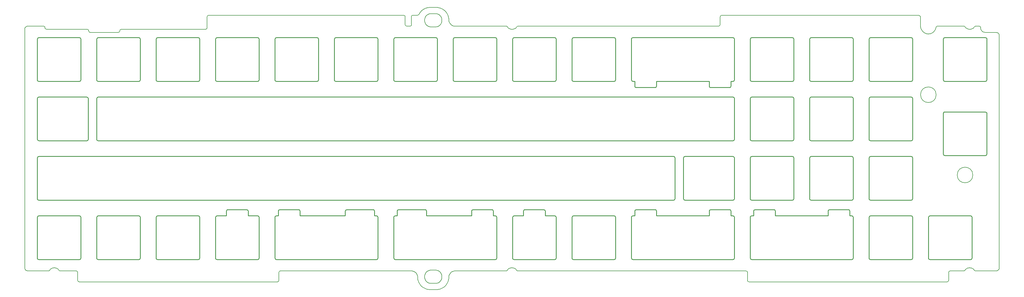
<source format=gbr>
%TF.GenerationSoftware,KiCad,Pcbnew,8.0.2*%
%TF.CreationDate,2024-06-03T19:38:08-04:00*%
%TF.ProjectId,Q9-Chimera-Plate,51392d43-6869-46d6-9572-612d506c6174,rev?*%
%TF.SameCoordinates,Original*%
%TF.FileFunction,Profile,NP*%
%FSLAX46Y46*%
G04 Gerber Fmt 4.6, Leading zero omitted, Abs format (unit mm)*
G04 Created by KiCad (PCBNEW 8.0.2) date 2024-06-03 19:38:08*
%MOMM*%
%LPD*%
G01*
G04 APERTURE LIST*
%ADD10C,0.250000*%
%TA.AperFunction,Profile*%
%ADD11C,0.250000*%
%TD*%
%TA.AperFunction,Profile*%
%ADD12C,0.200000*%
%TD*%
%ADD13C,0.200000*%
G04 APERTURE END LIST*
D10*
X220697912Y-84338227D02*
X220625525Y-84597495D01*
X220436241Y-84777879D01*
X220197912Y-84838227D01*
D11*
X150047656Y-51788235D02*
X163047656Y-51788235D01*
D12*
X-846088Y-48113240D02*
X-5846088Y-48113240D01*
D11*
X67797918Y-122938240D02*
X54797918Y-122938240D01*
D12*
X75153912Y-126613240D02*
X117153914Y-126613240D01*
D11*
X212610929Y-65788235D02*
X212610930Y-67288235D01*
D12*
X116653912Y-48113240D02*
X115653912Y-48113240D01*
D11*
X111947920Y-122938240D02*
X143997920Y-122938240D01*
X80934938Y-106937847D02*
X74934938Y-106937847D01*
X-2852339Y-103388240D02*
X-2852339Y-90388240D01*
D10*
X188147787Y-108938240D02*
X187888518Y-109010626D01*
X187708134Y-109199910D01*
X187647787Y-109438240D01*
D12*
X74653912Y-129613240D02*
X74653912Y-127113240D01*
D13*
X131153912Y-48113227D02*
X130950176Y-48102851D01*
X130752154Y-48072406D01*
X130468075Y-47991355D01*
X130202618Y-47870917D01*
X129959243Y-47714554D01*
X129741412Y-47525727D01*
X129552584Y-47307895D01*
X129396221Y-47064520D01*
X129275783Y-46799063D01*
X129194732Y-46514984D01*
X129164287Y-46316962D01*
X129153912Y-46113227D01*
D10*
X219110930Y-67788235D02*
X219370198Y-67715848D01*
X219550582Y-67526564D01*
X219610930Y-67288235D01*
X54797918Y-122938240D02*
X54538649Y-122865853D01*
X54358265Y-122676569D01*
X54297918Y-122438240D01*
D13*
X282826993Y-50612054D02*
X282574294Y-50591090D01*
X282330028Y-50544565D01*
X282095281Y-50473906D01*
X281871139Y-50380543D01*
X281658687Y-50265903D01*
X281459012Y-50131417D01*
X281273200Y-49978514D01*
X281102336Y-49808621D01*
X280947507Y-49623167D01*
X280809799Y-49423583D01*
X280690297Y-49211296D01*
X280590088Y-48987736D01*
X280510258Y-48754330D01*
X280451892Y-48512509D01*
X280416076Y-48263702D01*
X280403898Y-48009336D01*
D10*
X29697653Y-51788235D02*
X29956921Y-51860621D01*
X30137305Y-52049905D01*
X30197653Y-52288235D01*
D13*
X121403912Y-46363240D02*
X121414287Y-46566975D01*
X121444732Y-46764997D01*
X121525783Y-47049076D01*
X121646221Y-47314533D01*
X121802584Y-47557908D01*
X121991412Y-47775740D01*
X122209243Y-47964567D01*
X122452618Y-48120930D01*
X122718075Y-48241368D01*
X123002154Y-48322419D01*
X123200176Y-48352864D01*
X123403912Y-48363240D01*
X124903912Y-126363227D02*
X125107647Y-126373602D01*
X125305669Y-126404047D01*
X125589748Y-126485098D01*
X125855205Y-126605536D01*
X126098580Y-126761899D01*
X126316412Y-126950727D01*
X126505239Y-127168558D01*
X126661602Y-127411933D01*
X126782040Y-127677390D01*
X126863091Y-127961469D01*
X126893536Y-128159491D01*
X126903912Y-128363227D01*
D10*
X73847918Y-108937847D02*
X73588649Y-109010233D01*
X73408265Y-109199517D01*
X73347918Y-109437847D01*
X195734930Y-65788236D02*
X196152092Y-65788235D01*
X196460070Y-65788235D01*
X196842211Y-65788235D01*
X197292334Y-65788235D01*
X197804259Y-65788235D01*
X198371805Y-65788235D01*
X198988792Y-65788235D01*
X199649041Y-65788235D01*
X200346371Y-65788235D01*
X201074601Y-65788235D01*
X201827553Y-65788235D01*
X202599045Y-65788235D01*
X203382897Y-65788235D01*
X204172929Y-65788235D01*
X204962962Y-65788235D01*
X205746814Y-65788235D01*
X206518306Y-65788235D01*
X207271257Y-65788235D01*
X207999488Y-65788235D01*
X208696818Y-65788235D01*
X209357066Y-65788235D01*
X209974054Y-65788235D01*
X210541600Y-65788235D01*
X211053524Y-65788235D01*
X211503647Y-65788235D01*
X211885788Y-65788235D01*
X212193767Y-65788235D01*
X212562517Y-65788235D01*
X212610929Y-65788235D01*
X301660166Y-65288235D02*
X301587779Y-65547503D01*
X301398495Y-65727887D01*
X301160166Y-65788235D01*
X-2852088Y-71338240D02*
X-2767390Y-71078971D01*
X-2570414Y-70910626D01*
X-2326868Y-70840821D01*
X-2267052Y-70838240D01*
X264347666Y-84838235D02*
X264088397Y-84765848D01*
X263908013Y-84576564D01*
X263847666Y-84338235D01*
D12*
X294266588Y-48113243D02*
X285861067Y-48113253D01*
D11*
X169097928Y-108938240D02*
X182097928Y-108938240D01*
D10*
X245297661Y-65788235D02*
X245038392Y-65715848D01*
X244858008Y-65526564D01*
X244797661Y-65288235D01*
X92397661Y-52288235D02*
X92470047Y-52028966D01*
X92659331Y-51848582D01*
X92897661Y-51788235D01*
D11*
X95897661Y-107437847D02*
X95897661Y-108937846D01*
D10*
X30197653Y-65288235D02*
X30125266Y-65547503D01*
X29935982Y-65727887D01*
X29697653Y-65788235D01*
D11*
X92897661Y-51788235D02*
X105897661Y-51788235D01*
X104810938Y-106937847D02*
X96397661Y-106937847D01*
X277347666Y-122938245D02*
X264347666Y-122938245D01*
D12*
X129153912Y-46113227D02*
X129153912Y-46113223D01*
D10*
X263847666Y-52288235D02*
X263920052Y-52028966D01*
X264109336Y-51848582D01*
X264347666Y-51788235D01*
D11*
X49247655Y-52288235D02*
X49247655Y-65288235D01*
X301160166Y-89600735D02*
X288160166Y-89600735D01*
X-2352339Y-89888240D02*
X201147661Y-89888240D01*
D10*
X296897646Y-122438245D02*
X296825259Y-122697513D01*
X296635975Y-122877897D01*
X296397646Y-122938245D01*
X245297641Y-103888235D02*
X245038372Y-103815848D01*
X244857988Y-103626564D01*
X244797641Y-103388235D01*
D13*
X297586098Y-48411360D02*
X297470212Y-48593126D01*
X297305115Y-48754356D01*
X297097113Y-48890847D01*
X296904059Y-48979400D01*
X296690813Y-49047275D01*
X296460605Y-49092319D01*
X296216664Y-49112380D01*
X296153912Y-49113240D01*
D10*
X10647658Y-51788235D02*
X10906926Y-51860621D01*
X11087310Y-52049905D01*
X11147658Y-52288235D01*
D12*
X225403912Y-130113240D02*
X288903912Y-130113240D01*
D11*
X220197787Y-108938240D02*
X219610806Y-108938240D01*
X239747656Y-71338235D02*
X239747656Y-84338235D01*
D10*
X11147920Y-122438240D02*
X11075533Y-122697508D01*
X10886249Y-122877892D01*
X10647920Y-122938240D01*
D11*
X245297656Y-70838235D02*
X258297656Y-70838235D01*
X288160166Y-75600735D02*
X301160166Y-75600735D01*
X111447656Y-65288235D02*
X111447656Y-52288235D01*
D10*
X111447920Y-122438240D02*
X111520306Y-122697508D01*
X111709590Y-122877892D01*
X111947920Y-122938240D01*
D11*
X257710666Y-108937847D02*
X257710666Y-107437847D01*
X239747641Y-90388235D02*
X239747641Y-103388235D01*
D12*
X4541237Y-126613240D02*
X9653914Y-126613240D01*
D13*
X304653912Y-126613240D02*
X304855446Y-126592923D01*
X305087453Y-126514629D01*
X305290004Y-126384888D01*
X305455247Y-126211556D01*
X305575327Y-126002485D01*
X305642389Y-125765530D01*
X305653912Y-125613240D01*
D10*
X144497920Y-109438240D02*
X144425533Y-109178971D01*
X144236249Y-108998587D01*
X143997920Y-108938240D01*
X111947920Y-108938240D02*
X111688651Y-109010626D01*
X111508267Y-109199910D01*
X111447920Y-109438240D01*
X16197915Y-109438240D02*
X16270301Y-109178971D01*
X16459585Y-108998587D01*
X16697915Y-108938240D01*
D13*
X147971677Y-48411310D02*
X147843552Y-48238258D01*
X147660810Y-48134616D01*
X147518306Y-48113240D01*
D11*
X95897661Y-108937846D02*
X81434938Y-108937846D01*
X258297656Y-84838235D02*
X245297656Y-84838235D01*
D12*
X289903912Y-126613240D02*
X294266589Y-126613238D01*
D10*
X204316905Y-90388235D02*
X204401602Y-90128966D01*
X204598578Y-89960621D01*
X204842124Y-89890816D01*
X204901941Y-89888235D01*
X219610807Y-107438240D02*
X219538420Y-107178971D01*
X219349136Y-106998587D01*
X219110807Y-106938240D01*
D12*
X299653912Y-48613242D02*
X299653912Y-48613240D01*
D10*
X225747656Y-52288235D02*
X225820042Y-52028966D01*
X226009326Y-51848582D01*
X226247656Y-51788235D01*
D11*
X81434938Y-108937846D02*
X81434938Y-107437847D01*
D10*
X244797661Y-52288235D02*
X244870047Y-52028966D01*
X245059331Y-51848582D01*
X245297661Y-51788235D01*
D11*
X29697915Y-122938240D02*
X16697915Y-122938240D01*
X163547918Y-109438240D02*
X163547918Y-122438240D01*
D10*
X226247656Y-65788235D02*
X225988387Y-65715848D01*
X225808003Y-65526564D01*
X225747656Y-65288235D01*
X143997920Y-122938240D02*
X144257188Y-122865853D01*
X144437572Y-122676569D01*
X144497920Y-122438240D01*
D11*
X296397646Y-122938245D02*
X283397646Y-122938245D01*
X220197912Y-84838227D02*
X16697912Y-84838227D01*
D10*
X277847651Y-103388235D02*
X277775264Y-103647503D01*
X277585980Y-103827887D01*
X277347651Y-103888235D01*
X277847666Y-65288235D02*
X277775279Y-65547503D01*
X277585995Y-65727887D01*
X277347666Y-65788235D01*
D11*
X195734807Y-108938240D02*
X195734807Y-107438240D01*
X277347666Y-84838235D02*
X264347666Y-84838235D01*
D10*
X220197910Y-65788235D02*
X220457178Y-65715848D01*
X220637562Y-65526564D01*
X220697910Y-65288235D01*
D11*
X220697905Y-90388235D02*
X220697905Y-103388235D01*
D10*
X16697912Y-84838227D02*
X16438643Y-84765840D01*
X16258259Y-84576556D01*
X16197912Y-84338227D01*
D12*
X23653912Y-49613240D02*
X23653912Y-49613241D01*
D10*
X282897646Y-109438245D02*
X282970032Y-109178976D01*
X283159316Y-108998592D01*
X283397646Y-108938245D01*
X287660166Y-76100735D02*
X287732552Y-75841466D01*
X287921836Y-75661082D01*
X288160166Y-75600735D01*
D12*
X279791540Y-44613240D02*
X216766285Y-44613240D01*
D10*
X96397661Y-106937847D02*
X96138392Y-107010233D01*
X95958008Y-107199517D01*
X95897661Y-107437847D01*
X244797656Y-71338235D02*
X244870042Y-71078966D01*
X245059326Y-70898582D01*
X245297656Y-70838235D01*
D11*
X182597666Y-52288235D02*
X182597666Y-65288235D01*
X195734930Y-67288235D02*
X195734930Y-65788236D01*
D13*
X117153914Y-126613240D02*
X117357649Y-126623615D01*
X117555671Y-126654060D01*
X117839750Y-126735111D01*
X118105207Y-126855549D01*
X118348581Y-127011912D01*
X118566412Y-127200739D01*
X118755239Y-127418571D01*
X118911602Y-127661945D01*
X119032040Y-127927402D01*
X119113091Y-128211480D01*
X119143536Y-128409503D01*
X119153912Y-128613238D01*
D11*
X136410940Y-107438240D02*
X136410939Y-108938240D01*
D12*
X115153912Y-47613240D02*
X115153912Y-45113240D01*
D13*
X216766285Y-44613240D02*
X216556291Y-44650555D01*
X216377339Y-44753528D01*
X216242892Y-44908696D01*
X216166410Y-45102600D01*
X216153912Y-45225613D01*
D10*
X258297661Y-51788235D02*
X258556929Y-51860621D01*
X258737313Y-52049905D01*
X258797661Y-52288235D01*
X35247655Y-52288235D02*
X35320041Y-52028966D01*
X35509325Y-51848582D01*
X35747655Y-51788235D01*
X-2352080Y-122938240D02*
X-2611348Y-122865853D01*
X-2791732Y-122676569D01*
X-2852080Y-122438240D01*
X187647910Y-65288235D02*
X187720296Y-65547503D01*
X187909580Y-65727887D01*
X188147910Y-65788235D01*
D12*
X215541540Y-48113240D02*
X151291238Y-48113242D01*
X126903912Y-128363227D02*
X126903912Y-128613227D01*
D11*
X54797918Y-108938240D02*
X57797918Y-108938242D01*
X220197910Y-51788235D02*
X188147910Y-51788235D01*
X212610807Y-107438240D02*
X212610806Y-108938240D01*
X219610930Y-67288235D02*
X219610930Y-65788235D01*
D13*
X129153912Y-46113223D02*
X129148681Y-45908187D01*
X129133160Y-45705752D01*
X129107604Y-45506174D01*
X129027416Y-45116611D01*
X128910168Y-44741550D01*
X128757910Y-44383042D01*
X128572693Y-44043138D01*
X128356567Y-43723888D01*
X128111585Y-43427343D01*
X127839795Y-43155553D01*
X127543250Y-42910571D01*
X127224000Y-42694445D01*
X126884096Y-42509228D01*
X126525588Y-42356970D01*
X126150527Y-42239722D01*
X125760964Y-42159534D01*
X125561386Y-42133978D01*
X125358951Y-42118457D01*
X125153916Y-42113227D01*
D11*
X245297641Y-89888235D02*
X258297641Y-89888235D01*
X220697912Y-71338227D02*
X220697912Y-84338227D01*
D13*
X149403912Y-125613240D02*
X149650790Y-125626719D01*
X149884743Y-125665723D01*
X150102540Y-125728097D01*
X150300951Y-125811688D01*
X150476747Y-125914344D01*
X150659768Y-126066192D01*
X150796097Y-126240259D01*
X150836143Y-126315165D01*
D11*
X92397661Y-65288235D02*
X92397661Y-52288235D01*
D10*
X233834666Y-107437847D02*
X233762279Y-107178578D01*
X233572995Y-106998194D01*
X233334666Y-106937847D01*
D11*
X277347651Y-103888235D02*
X264347651Y-103888235D01*
X264347666Y-108938245D02*
X277347666Y-108938245D01*
D13*
X117153912Y-47613240D02*
X117104411Y-47829512D01*
X116971484Y-47998695D01*
X116778488Y-48097428D01*
X116653912Y-48113240D01*
D11*
X35247916Y-122438240D02*
X35247916Y-109438240D01*
X226247641Y-89888235D02*
X239247641Y-89888235D01*
D10*
X30197915Y-122438240D02*
X30125528Y-122697508D01*
X29936244Y-122877892D01*
X29697915Y-122938240D01*
D11*
X233834666Y-108937846D02*
X233834666Y-107437847D01*
D10*
X-2352339Y-103888240D02*
X-2611607Y-103815853D01*
X-2791991Y-103626569D01*
X-2852339Y-103388240D01*
X49247916Y-122438240D02*
X49175529Y-122697508D01*
X48986245Y-122877892D01*
X48747916Y-122938240D01*
X150047656Y-65788235D02*
X149788387Y-65715848D01*
X149608003Y-65526564D01*
X149547656Y-65288235D01*
D11*
X11147658Y-52288235D02*
X11147658Y-65288235D01*
D10*
X301160166Y-75600735D02*
X301419434Y-75673121D01*
X301599818Y-75862405D01*
X301660166Y-76100735D01*
D13*
X74153912Y-130113240D02*
X74370184Y-130063739D01*
X74539367Y-129930812D01*
X74638100Y-129737816D01*
X74653912Y-129613240D01*
D10*
X124947656Y-51788235D02*
X125206924Y-51860621D01*
X125387308Y-52049905D01*
X125447656Y-52288235D01*
D11*
X258797661Y-52288235D02*
X258797661Y-65288235D01*
X16197653Y-65288235D02*
X16197653Y-52288235D01*
X264347651Y-89888235D02*
X277347651Y-89888235D01*
X106397918Y-122437847D02*
X106397918Y-109437847D01*
D10*
X258297641Y-89888235D02*
X258556909Y-89960621D01*
X258737293Y-90149905D01*
X258797641Y-90388235D01*
X163047656Y-51788235D02*
X163306924Y-51860621D01*
X163487308Y-52049905D01*
X163547656Y-52288235D01*
X182097666Y-51788235D02*
X182356934Y-51860621D01*
X182537318Y-52049905D01*
X182597666Y-52288235D01*
D11*
X288160166Y-51788235D02*
X301160166Y-51788235D01*
D13*
X147516588Y-126613240D02*
X147725410Y-126566173D01*
X147893027Y-126437334D01*
X147971677Y-126315171D01*
D10*
X48747655Y-51788235D02*
X49006923Y-51860621D01*
X49187307Y-52049905D01*
X49247655Y-52288235D01*
D11*
X219610930Y-65788235D02*
X220197910Y-65788235D01*
D10*
X195234930Y-67788235D02*
X195494198Y-67715848D01*
X195674582Y-67526564D01*
X195734930Y-67288235D01*
D11*
X258797641Y-90388235D02*
X258797641Y-103388235D01*
D10*
X106397661Y-65288235D02*
X106325274Y-65547503D01*
X106135990Y-65727887D01*
X105897661Y-65788235D01*
D13*
X74653912Y-127113240D02*
X74703412Y-126896967D01*
X74836339Y-126727784D01*
X75029335Y-126629051D01*
X75153912Y-126613240D01*
D10*
X86847651Y-51788235D02*
X87106919Y-51860621D01*
X87287303Y-52049905D01*
X87347651Y-52288235D01*
D12*
X51653912Y-48613240D02*
X51653912Y-48613241D01*
D10*
X225747656Y-71338235D02*
X225820042Y-71078966D01*
X226009326Y-70898582D01*
X226247656Y-70838235D01*
D11*
X73847918Y-122937847D02*
X105897918Y-122937847D01*
X168597666Y-65288235D02*
X168597666Y-52288235D01*
D13*
X151291238Y-48113242D02*
X151082399Y-48160315D01*
X150914771Y-48289168D01*
X150836115Y-48411343D01*
D11*
X182597928Y-109438240D02*
X182597928Y-122438240D01*
X153547918Y-106938240D02*
X159547918Y-106938240D01*
D10*
X29697915Y-108938240D02*
X29957183Y-109010626D01*
X30137567Y-109199910D01*
X30197915Y-109438240D01*
X149547656Y-52288235D02*
X149620042Y-52028966D01*
X149809326Y-51848582D01*
X150047656Y-51788235D01*
D11*
X287660166Y-89100735D02*
X287660166Y-76100735D01*
D13*
X-6846088Y-125613240D02*
X-6825771Y-125814774D01*
X-6747477Y-126046781D01*
X-6617736Y-126249332D01*
X-6444403Y-126414575D01*
X-6235332Y-126534655D01*
X-5998377Y-126601717D01*
X-5846088Y-126613240D01*
D11*
X149547918Y-122438240D02*
X149547918Y-109438240D01*
D10*
X143997656Y-51788235D02*
X144256924Y-51860621D01*
X144437308Y-52049905D01*
X144497656Y-52288235D01*
X220112870Y-89888235D02*
X220366506Y-89937540D01*
X220581679Y-90089077D01*
X220694884Y-90337112D01*
X220697905Y-90388235D01*
D12*
X216153912Y-45225613D02*
X216153912Y-47500868D01*
X305653912Y-125613240D02*
X305653912Y-51113240D01*
D13*
X123403912Y-44113240D02*
X123200176Y-44123615D01*
X123002154Y-44154060D01*
X122718075Y-44235111D01*
X122452618Y-44355549D01*
X122209243Y-44511912D01*
X121991412Y-44700740D01*
X121802584Y-44918571D01*
X121646221Y-45161946D01*
X121525783Y-45427403D01*
X121444732Y-45711482D01*
X121414287Y-45909504D01*
X121403912Y-46113240D01*
D11*
X150047918Y-108938240D02*
X153047918Y-108938240D01*
X277347666Y-65788235D02*
X264347666Y-65788235D01*
D10*
X277347666Y-70838235D02*
X277606934Y-70910621D01*
X277787318Y-71099905D01*
X277847666Y-71338235D01*
X239747656Y-84338235D02*
X239675269Y-84597503D01*
X239485985Y-84777887D01*
X239247656Y-84838235D01*
D13*
X1221694Y-126315154D02*
X1337580Y-126133380D01*
X1502680Y-125972142D01*
X1710686Y-125835645D01*
X1903745Y-125747087D01*
X2116996Y-125679208D01*
X2347210Y-125634161D01*
X2591157Y-125614099D01*
X2653912Y-125613240D01*
X-346088Y-48613240D02*
X-395588Y-48396967D01*
X-528515Y-48227784D01*
X-721511Y-48129051D01*
X-846088Y-48113240D01*
D10*
X121947920Y-107438240D02*
X121875533Y-107178971D01*
X121686249Y-106998587D01*
X121447920Y-106938240D01*
D11*
X10647920Y-122938240D02*
X-2352080Y-122938240D01*
D13*
X766588Y-126613240D02*
X975418Y-126566169D01*
X1143041Y-126437323D01*
X1221694Y-126315154D01*
D10*
X-2352342Y-65788235D02*
X-2611610Y-65715848D01*
X-2791994Y-65526564D01*
X-2852342Y-65288235D01*
D11*
X244797656Y-84338235D02*
X244797656Y-71338235D01*
D10*
X11147658Y-65288235D02*
X11075271Y-65547503D01*
X10885987Y-65727887D01*
X10647658Y-65788235D01*
D12*
X10153912Y-127113239D02*
X10153912Y-129613240D01*
X51653912Y-45113240D02*
X51653912Y-48613240D01*
D10*
X226247641Y-103888235D02*
X225988372Y-103815848D01*
X225807988Y-103626564D01*
X225747641Y-103388235D01*
X189234807Y-106938240D02*
X188975538Y-107010626D01*
X188795154Y-107199910D01*
X188734807Y-107438240D01*
D12*
X121403912Y-128613227D02*
X121403912Y-128363227D01*
D11*
X160047918Y-107438240D02*
X160047918Y-108938240D01*
X225747641Y-103388235D02*
X225747641Y-90388235D01*
D13*
X150836115Y-48411343D02*
X150720229Y-48593113D01*
X150555130Y-48754347D01*
X150347126Y-48890841D01*
X150154070Y-48979396D01*
X149940821Y-49047273D01*
X149710610Y-49092319D01*
X149466665Y-49112380D01*
X149403912Y-49113240D01*
D11*
X160047918Y-108938240D02*
X163047918Y-108938240D01*
X87347651Y-52288235D02*
X87347651Y-65288235D01*
D10*
X258797646Y-109437847D02*
X258725259Y-109178578D01*
X258535975Y-108998194D01*
X258297646Y-108937847D01*
D13*
X301153910Y-50113240D02*
X300926266Y-50095874D01*
X300709129Y-50045509D01*
X300505093Y-49964739D01*
X300316753Y-49856160D01*
X300146705Y-49722367D01*
X299997545Y-49565956D01*
X299871869Y-49389523D01*
X299772271Y-49195663D01*
X299701347Y-48986971D01*
X299661693Y-48766043D01*
X299653912Y-48613242D01*
D10*
X301660166Y-89100735D02*
X301587779Y-89360003D01*
X301398495Y-89540387D01*
X301160166Y-89600735D01*
X-2852080Y-109438240D02*
X-2779693Y-109178971D01*
X-2590409Y-108998587D01*
X-2352080Y-108938240D01*
X113034940Y-106938240D02*
X112775671Y-107010626D01*
X112595287Y-107199910D01*
X112534940Y-107438240D01*
D13*
X123403912Y-130613227D02*
X123200176Y-130602851D01*
X123002154Y-130572406D01*
X122718075Y-130491355D01*
X122452618Y-130370917D01*
X122209243Y-130214554D01*
X121991412Y-130025727D01*
X121802584Y-129807895D01*
X121646221Y-129564520D01*
X121525783Y-129299063D01*
X121444732Y-129014984D01*
X121414287Y-128816962D01*
X121403912Y-128613227D01*
D11*
X111447920Y-109438240D02*
X111447920Y-122438240D01*
D10*
X111447656Y-52288235D02*
X111520042Y-52028966D01*
X111709326Y-51848582D01*
X111947656Y-51788235D01*
D11*
X189234930Y-67788235D02*
X195234930Y-67788235D01*
X105897661Y-65788235D02*
X92897661Y-65788235D01*
D13*
X124903912Y-48363240D02*
X125107647Y-48352864D01*
X125305669Y-48322419D01*
X125589748Y-48241368D01*
X125855205Y-48120930D01*
X126098580Y-47964567D01*
X126316412Y-47775740D01*
X126505239Y-47557908D01*
X126661602Y-47314533D01*
X126782040Y-47049076D01*
X126863091Y-46764997D01*
X126893536Y-46566975D01*
X126903912Y-46363240D01*
D11*
X225747656Y-84338235D02*
X225747656Y-71338235D01*
D13*
X216153912Y-47500868D02*
X216116596Y-47710861D01*
X216013624Y-47889812D01*
X215858455Y-48024259D01*
X215664552Y-48100741D01*
X215541540Y-48113240D01*
D10*
X257710666Y-107437847D02*
X257638279Y-107178578D01*
X257448995Y-106998194D01*
X257210666Y-106937847D01*
D13*
X296153912Y-125613240D02*
X296400780Y-125626718D01*
X296634723Y-125665718D01*
X296852511Y-125728087D01*
X297050915Y-125811672D01*
X297226704Y-125914320D01*
X297409720Y-126066158D01*
X297546047Y-126240214D01*
X297586092Y-126315116D01*
D11*
X-2352080Y-108938240D02*
X10647920Y-108938240D01*
D13*
X24153911Y-49113240D02*
X23937638Y-49162740D01*
X23768456Y-49295667D01*
X23669723Y-49488663D01*
X23653912Y-49613240D01*
D10*
X168597666Y-52288235D02*
X168670052Y-52028966D01*
X168859336Y-51848582D01*
X169097666Y-51788235D01*
X163547656Y-65288235D02*
X163475269Y-65547503D01*
X163285985Y-65727887D01*
X163047656Y-65788235D01*
X220697905Y-103388235D02*
X220613207Y-103647503D01*
X220416231Y-103815848D01*
X220172686Y-103885653D01*
X220112870Y-103888235D01*
X10647920Y-108938240D02*
X10907188Y-109010626D01*
X11087572Y-109199910D01*
X11147920Y-109438240D01*
X57797918Y-107437847D02*
X57870304Y-107178578D01*
X58059588Y-106998194D01*
X58297918Y-106937847D01*
D11*
X73347918Y-109437847D02*
X73347918Y-122437847D01*
X301160166Y-65788235D02*
X288160166Y-65788235D01*
D12*
X119116527Y-44612909D02*
X117653803Y-44613238D01*
D10*
X264347651Y-103888235D02*
X264088382Y-103815848D01*
X263907998Y-103626564D01*
X263847651Y-103388235D01*
X64297918Y-106937847D02*
X64557186Y-107010233D01*
X64737570Y-107199517D01*
X64797918Y-107437847D01*
D13*
X305653912Y-51113240D02*
X305633501Y-50912361D01*
X305554911Y-50680694D01*
X305424822Y-50478095D01*
X305251246Y-50312576D01*
X305042193Y-50192146D01*
X304805674Y-50124816D01*
X304653912Y-50113240D01*
D12*
X119153912Y-128613238D02*
X119153912Y-128613244D01*
D11*
X277847651Y-90388235D02*
X277847651Y-103388235D01*
D10*
X188734930Y-67288235D02*
X188807316Y-67547503D01*
X188996600Y-67727887D01*
X189234930Y-67788235D01*
D11*
X-2852080Y-122438240D02*
X-2852080Y-109438240D01*
X182097666Y-65788235D02*
X169097666Y-65788235D01*
X124947656Y-65788235D02*
X111947656Y-65788235D01*
X64797918Y-108938238D02*
X67797918Y-108938240D01*
X111947656Y-51788235D02*
X124947656Y-51788235D01*
D13*
X123153908Y-42113227D02*
X122862834Y-42123787D01*
X122577248Y-42154977D01*
X122297889Y-42206056D01*
X122025497Y-42276285D01*
X121760810Y-42364926D01*
X121504568Y-42471239D01*
X121257511Y-42594484D01*
X121020378Y-42733923D01*
X120793908Y-42888817D01*
X120578841Y-43058425D01*
X120375915Y-43242010D01*
X120185870Y-43438831D01*
X120009446Y-43648150D01*
X119847382Y-43869227D01*
X119700417Y-44101324D01*
X119569291Y-44343701D01*
X117653803Y-44613238D02*
X117437577Y-44662775D01*
X117268431Y-44795712D01*
X117169720Y-44988687D01*
X117153912Y-45113240D01*
D12*
X289403912Y-129613240D02*
X289403912Y-127113240D01*
D11*
X168597928Y-122438240D02*
X168597928Y-109438240D01*
X35747655Y-51788235D02*
X48747655Y-51788235D01*
D10*
X244797641Y-90388235D02*
X244870027Y-90128966D01*
X245059311Y-89948582D01*
X245297641Y-89888235D01*
X225747641Y-90388235D02*
X225820027Y-90128966D01*
X226009311Y-89948582D01*
X226247641Y-89888235D01*
D12*
X123403912Y-126363227D02*
X124903912Y-126363227D01*
D11*
X258297661Y-65788235D02*
X245297661Y-65788235D01*
D10*
X204901941Y-103888235D02*
X204648303Y-103838929D01*
X204433131Y-103687393D01*
X204319925Y-103439357D01*
X204316905Y-103388235D01*
D13*
X51653912Y-48613241D02*
X51604411Y-48829513D01*
X51471484Y-48998695D01*
X51278488Y-49097428D01*
X51153912Y-49113240D01*
D12*
X23153912Y-50113240D02*
X14153911Y-50113240D01*
D13*
X224403912Y-126613240D02*
X224620184Y-126662740D01*
X224789367Y-126795668D01*
X224888100Y-126988664D01*
X224903912Y-127113241D01*
D11*
X187647787Y-109438240D02*
X187647787Y-122438240D01*
D10*
X212610930Y-67288235D02*
X212683316Y-67547503D01*
X212872600Y-67727887D01*
X213110930Y-67788235D01*
D11*
X277847666Y-71338235D02*
X277847666Y-84338235D01*
D12*
X299153913Y-48113241D02*
X298041237Y-48113242D01*
D11*
X225747656Y-65288235D02*
X225747656Y-52288235D01*
X136410939Y-108938240D02*
X121947920Y-108938240D01*
D10*
X188147910Y-51788235D02*
X187888641Y-51860621D01*
X187708257Y-52049905D01*
X187647910Y-52288235D01*
X169097928Y-122938240D02*
X168838659Y-122865853D01*
X168658275Y-122676569D01*
X168597928Y-122438240D01*
D11*
X58297918Y-106937847D02*
X64297918Y-106937847D01*
D10*
X54297656Y-52288235D02*
X54370042Y-52028966D01*
X54559326Y-51848582D01*
X54797656Y-51788235D01*
X105897661Y-51788235D02*
X106156929Y-51860621D01*
X106337313Y-52049905D01*
X106397661Y-52288235D01*
X182597666Y-65288235D02*
X182525279Y-65547503D01*
X182335995Y-65727887D01*
X182097666Y-65788235D01*
X258797661Y-65288235D02*
X258725274Y-65547503D01*
X258535990Y-65727887D01*
X258297661Y-65788235D01*
X227334666Y-106937847D02*
X227075397Y-107010233D01*
X226895013Y-107199517D01*
X226834666Y-107437847D01*
D13*
X129153912Y-128613240D02*
X129164287Y-128409504D01*
X129194732Y-128211482D01*
X129275783Y-127927403D01*
X129396221Y-127661946D01*
X129552584Y-127418571D01*
X129741412Y-127200740D01*
X129959243Y-127011912D01*
X130202618Y-126855549D01*
X130468075Y-126735111D01*
X130752154Y-126654060D01*
X130950176Y-126623615D01*
X131153912Y-126613240D01*
D11*
X258797656Y-71338235D02*
X258797656Y-84338235D01*
X112534942Y-108938240D02*
X111947920Y-108938240D01*
D10*
X144497656Y-65288235D02*
X144425269Y-65547503D01*
X144235985Y-65727887D01*
X143997656Y-65788235D01*
X-2852339Y-90388240D02*
X-2779952Y-90128971D01*
X-2590668Y-89948587D01*
X-2352339Y-89888240D01*
X73347918Y-122437847D02*
X73420304Y-122697115D01*
X73609588Y-122877499D01*
X73847918Y-122937847D01*
D13*
X115153912Y-45113240D02*
X115104411Y-44896967D01*
X114971484Y-44727784D01*
X114778488Y-44629051D01*
X114653912Y-44613240D01*
D11*
X287660166Y-65288235D02*
X287660166Y-52288235D01*
X225747646Y-109437847D02*
X225747646Y-122437847D01*
D12*
X285403912Y-70113240D02*
G75*
G02*
X280403912Y-70113240I-2500000J0D01*
G01*
X280403912Y-70113240D02*
G75*
G02*
X285403912Y-70113240I2500000J0D01*
G01*
D10*
X16197653Y-52288235D02*
X16270039Y-52028966D01*
X16459323Y-51848582D01*
X16697653Y-51788235D01*
X136910940Y-106938240D02*
X136651671Y-107010626D01*
X136471287Y-107199910D01*
X136410940Y-107438240D01*
X92897661Y-65788235D02*
X92638392Y-65715848D01*
X92458008Y-65526564D01*
X92397661Y-65288235D01*
X87347651Y-65288235D02*
X87275264Y-65547503D01*
X87085980Y-65727887D01*
X86847651Y-65788235D01*
X277347651Y-89888235D02*
X277606919Y-89960621D01*
X277787303Y-90149905D01*
X277847651Y-90388235D01*
X159547918Y-106938240D02*
X159807186Y-107010626D01*
X159987570Y-107199910D01*
X160047918Y-107438240D01*
D11*
X239747656Y-52288235D02*
X239747656Y-65288235D01*
D13*
X23653912Y-49613241D02*
X23604411Y-49829513D01*
X23471484Y-49998695D01*
X23278488Y-50097428D01*
X23153912Y-50113240D01*
D10*
X195734807Y-107438240D02*
X195662420Y-107178971D01*
X195473136Y-106998587D01*
X195234807Y-106938240D01*
X35747655Y-65788235D02*
X35488386Y-65715848D01*
X35308002Y-65526564D01*
X35247655Y-65288235D01*
D11*
X244797641Y-103388235D02*
X244797641Y-90388235D01*
X258297641Y-103888235D02*
X245297641Y-103888235D01*
D10*
X258297656Y-70838235D02*
X258556924Y-70910621D01*
X258737308Y-71099905D01*
X258797656Y-71338235D01*
X35747916Y-122938240D02*
X35488647Y-122865853D01*
X35308263Y-122676569D01*
X35247916Y-122438240D01*
D13*
X14153911Y-50113240D02*
X13937638Y-50063739D01*
X13768456Y-49930812D01*
X13669723Y-49737817D01*
X13653912Y-49613241D01*
D11*
X169097666Y-51788235D02*
X182097666Y-51788235D01*
D10*
X74934938Y-106937847D02*
X74675669Y-107010233D01*
X74495285Y-107199517D01*
X74434938Y-107437847D01*
D11*
X73347651Y-65288235D02*
X73347651Y-52288235D01*
X188734809Y-108938240D02*
X188147787Y-108938240D01*
D10*
X258297646Y-122937847D02*
X258556914Y-122865460D01*
X258737298Y-122676176D01*
X258797646Y-122437847D01*
X277347666Y-51788235D02*
X277606934Y-51860621D01*
X277787318Y-52049905D01*
X277847666Y-52288235D01*
D11*
X-2852088Y-84338240D02*
X-2852088Y-71338240D01*
X244797661Y-65288235D02*
X244797661Y-52288235D01*
D12*
X124903912Y-130613227D02*
X123403912Y-130613227D01*
D10*
X287660166Y-52288235D02*
X287732552Y-52028966D01*
X287921836Y-51848582D01*
X288160166Y-51788235D01*
D11*
X144497920Y-122438240D02*
X144497920Y-109438240D01*
X219110807Y-106938240D02*
X213110807Y-106938240D01*
X263847666Y-84338235D02*
X263847666Y-71338235D01*
D12*
X131153912Y-126613240D02*
X147516588Y-126613240D01*
D11*
X188147910Y-65788235D02*
X188734932Y-65788235D01*
X142910940Y-106938240D02*
X136910940Y-106938240D01*
X258297646Y-108937847D02*
X257710666Y-108937847D01*
X13528912Y-71338240D02*
X13528912Y-84338240D01*
D10*
X220197787Y-122938240D02*
X220457055Y-122865853D01*
X220637439Y-122676569D01*
X220697787Y-122438240D01*
X263847666Y-71338235D02*
X263920052Y-71078966D01*
X264109336Y-70898582D01*
X264347666Y-70838235D01*
X106397918Y-109437847D02*
X106325531Y-109178578D01*
X106136247Y-108998194D01*
X105897918Y-108937847D01*
X296397646Y-108938245D02*
X296656914Y-109010631D01*
X296837298Y-109199915D01*
X296897646Y-109438245D01*
X130997656Y-65788235D02*
X130738387Y-65715848D01*
X130558003Y-65526564D01*
X130497656Y-65288235D01*
D13*
X115653912Y-48113240D02*
X115437639Y-48063739D01*
X115268456Y-47930812D01*
X115169723Y-47737816D01*
X115153912Y-47613240D01*
D10*
X258797641Y-103388235D02*
X258725254Y-103647503D01*
X258535970Y-103827887D01*
X258297641Y-103888235D01*
D11*
X-2267052Y-70838240D02*
X12943877Y-70838240D01*
D12*
X304653912Y-50113240D02*
X301153910Y-50113240D01*
D11*
X143410940Y-108938240D02*
X143410940Y-107438240D01*
D13*
X297586092Y-126315116D02*
X297714777Y-126488194D01*
X297898445Y-126591856D01*
X298041237Y-126613238D01*
D11*
X264347666Y-70838235D02*
X277347666Y-70838235D01*
D10*
X49247655Y-65288235D02*
X49175268Y-65547503D01*
X48985984Y-65727887D01*
X48747655Y-65788235D01*
D11*
X106397661Y-52288235D02*
X106397661Y-65288235D01*
D12*
X129153912Y-128613246D02*
X129153912Y-128613240D01*
D11*
X11147920Y-109438240D02*
X11147920Y-122438240D01*
D10*
X220697910Y-52288235D02*
X220625523Y-52028966D01*
X220436239Y-51848582D01*
X220197910Y-51788235D01*
D11*
X54297656Y-65288235D02*
X54297656Y-52288235D01*
D12*
X123153908Y-132613240D02*
X125153919Y-132613240D01*
D11*
X121447920Y-106938240D02*
X113034940Y-106938240D01*
X204316905Y-103388235D02*
X204316905Y-90388235D01*
X301660166Y-76100735D02*
X301660166Y-89100735D01*
X86847651Y-65788235D02*
X73847651Y-65788235D01*
X250710666Y-107437847D02*
X250710666Y-108937847D01*
D10*
X239247656Y-70838235D02*
X239506924Y-70910621D01*
X239687308Y-71099905D01*
X239747656Y-71338235D01*
X201647661Y-103388240D02*
X201575274Y-103647508D01*
X201385990Y-103827892D01*
X201147661Y-103888240D01*
X150047918Y-122938240D02*
X149788649Y-122865853D01*
X149608265Y-122676569D01*
X149547918Y-122438240D01*
X188734807Y-107438240D02*
X188734807Y-107727455D01*
X188734807Y-107979774D01*
X188734807Y-108258460D01*
X188734807Y-108528358D01*
X188734808Y-108799812D01*
X188734809Y-108938240D01*
D11*
X213110930Y-67788235D02*
X219110930Y-67788235D01*
D10*
X54297918Y-109438240D02*
X54370304Y-109178971D01*
X54559588Y-108998587D01*
X54797918Y-108938240D01*
D13*
X52153912Y-44613240D02*
X51937639Y-44662740D01*
X51768457Y-44795667D01*
X51669724Y-44988663D01*
X51653912Y-45113240D01*
D10*
X220197912Y-70838227D02*
X220457180Y-70910613D01*
X220637564Y-71099897D01*
X220697912Y-71338227D01*
D11*
X250710666Y-108937847D02*
X233834666Y-108937846D01*
X219610806Y-108938240D02*
X219610807Y-107438240D01*
D13*
X147518306Y-48113240D02*
X147250983Y-48113239D01*
X146921745Y-48113239D01*
X146535209Y-48113239D01*
X146095992Y-48113239D01*
X145608711Y-48113239D01*
X145077982Y-48113239D01*
X144508423Y-48113239D01*
X143904650Y-48113239D01*
X143271280Y-48113239D01*
X142612931Y-48113239D01*
X141934218Y-48113239D01*
X141239760Y-48113239D01*
X140534172Y-48113238D01*
X139822072Y-48113238D01*
X139108077Y-48113238D01*
X138396803Y-48113238D01*
X137692867Y-48113237D01*
X137000887Y-48113237D01*
X136325478Y-48113236D01*
X135671259Y-48113236D01*
X135042845Y-48113235D01*
X134444855Y-48113235D01*
X133881903Y-48113234D01*
X133358609Y-48113234D01*
X132879587Y-48113233D01*
X132449456Y-48113232D01*
X132072833Y-48113231D01*
X131754333Y-48113231D01*
X131498574Y-48113230D01*
X131193746Y-48113228D01*
X131153912Y-48113227D01*
D10*
X73347651Y-52288235D02*
X73420037Y-52028966D01*
X73609321Y-51848582D01*
X73847651Y-51788235D01*
D11*
X201147661Y-103888240D02*
X-2352339Y-103888240D01*
X35747916Y-108938240D02*
X48747916Y-108938240D01*
D13*
X125153919Y-132613240D02*
X125358954Y-132608009D01*
X125561388Y-132592488D01*
X125760967Y-132566932D01*
X126150529Y-132486744D01*
X126525590Y-132369496D01*
X126884097Y-132217238D01*
X127224002Y-132032021D01*
X127543252Y-131815896D01*
X127839797Y-131570913D01*
X128111586Y-131299124D01*
X128356568Y-131002579D01*
X128572693Y-130683329D01*
X128757910Y-130343425D01*
X128910168Y-129984917D01*
X129027417Y-129609857D01*
X129107604Y-129220294D01*
X129133160Y-129020716D01*
X129148681Y-128818281D01*
X129153912Y-128613246D01*
D10*
X226247656Y-84838235D02*
X225988387Y-84765848D01*
X225808003Y-84576564D01*
X225747656Y-84338235D01*
X226247646Y-108937847D02*
X225988377Y-109010233D01*
X225807993Y-109199517D01*
X225747646Y-109437847D01*
X81434938Y-107437847D02*
X81362551Y-107178578D01*
X81173267Y-106998194D01*
X80934938Y-106937847D01*
D11*
X245297661Y-51788235D02*
X258297661Y-51788235D01*
D10*
X105310938Y-107437847D02*
X105238551Y-107178578D01*
X105049267Y-106998194D01*
X104810938Y-106937847D01*
D11*
X212610806Y-108938240D02*
X195734807Y-108938240D01*
D10*
X-2267052Y-84838240D02*
X-2520689Y-84788934D01*
X-2735861Y-84637398D01*
X-2849067Y-84389362D01*
X-2852088Y-84338240D01*
X105897918Y-122937847D02*
X106157186Y-122865460D01*
X106337570Y-122676176D01*
X106397918Y-122437847D01*
D12*
X224903912Y-127113241D02*
X224903912Y-129613240D01*
D11*
X163047656Y-65788235D02*
X150047656Y-65788235D01*
D10*
X277347666Y-108938245D02*
X277606934Y-109010631D01*
X277787318Y-109199915D01*
X277847666Y-109438245D01*
D11*
X226247656Y-51788235D02*
X239247656Y-51788235D01*
X226247656Y-70838235D02*
X239247656Y-70838235D01*
D12*
X-346088Y-48613241D02*
X-346088Y-48613240D01*
D11*
X296897646Y-109438245D02*
X296897646Y-122438245D01*
X143997656Y-65788235D02*
X130997656Y-65788235D01*
D10*
X187647787Y-122438240D02*
X187720173Y-122697508D01*
X187909457Y-122877892D01*
X188147787Y-122938240D01*
D13*
X298041237Y-48113242D02*
X297832391Y-48160319D01*
X297664757Y-48289179D01*
X297586098Y-48411360D01*
D10*
X168597928Y-109438240D02*
X168670314Y-109178971D01*
X168859598Y-108998587D01*
X169097928Y-108938240D01*
X67797918Y-108938240D02*
X68057186Y-109010626D01*
X68237570Y-109199910D01*
X68297918Y-109438240D01*
D13*
X126903912Y-128613227D02*
X126893536Y-128816962D01*
X126863091Y-129014984D01*
X126782040Y-129299063D01*
X126661602Y-129564520D01*
X126505239Y-129807895D01*
X126316412Y-130025727D01*
X126098580Y-130214554D01*
X125855205Y-130370917D01*
X125589748Y-130491355D01*
X125305669Y-130572406D01*
X125107647Y-130602851D01*
X124903912Y-130613227D01*
D11*
X257210666Y-106937847D02*
X251210666Y-106937847D01*
D13*
X294721739Y-126315110D02*
X294837623Y-126133345D01*
X295002719Y-125972117D01*
X295210720Y-125835629D01*
X295403772Y-125747077D01*
X295617015Y-125679203D01*
X295847221Y-125634159D01*
X296091160Y-125614099D01*
X296153912Y-125613240D01*
D10*
X12943877Y-70838240D02*
X13197513Y-70887545D01*
X13412686Y-71039082D01*
X13525891Y-71287117D01*
X13528912Y-71338240D01*
D13*
X296153912Y-49113240D02*
X295907041Y-49099761D01*
X295673095Y-49060760D01*
X295455305Y-48998390D01*
X295256900Y-48914804D01*
X295081109Y-48812154D01*
X294898092Y-48660313D01*
X294761764Y-48486255D01*
X294721720Y-48411353D01*
D11*
X182097928Y-122938240D02*
X169097928Y-122938240D01*
X10647658Y-65788235D02*
X-2352342Y-65788235D01*
D13*
X280403912Y-45506076D02*
X280391413Y-45290116D01*
X280343286Y-45064306D01*
X280244339Y-44855958D01*
X280082813Y-44695729D01*
X279884475Y-44620529D01*
X279791540Y-44613240D01*
D10*
X143410940Y-107438240D02*
X143338553Y-107178971D01*
X143149269Y-106998587D01*
X142910940Y-106938240D01*
D11*
X149547656Y-65288235D02*
X149547656Y-52288235D01*
D13*
X147971677Y-126315171D02*
X148087563Y-126133393D01*
X148252665Y-125972151D01*
X148460673Y-125835651D01*
X148653734Y-125747091D01*
X148866988Y-125679210D01*
X149097205Y-125634161D01*
X149341156Y-125614099D01*
X149403912Y-125613240D01*
X10153912Y-129613240D02*
X10203412Y-129829512D01*
X10336339Y-129998695D01*
X10529335Y-130097428D01*
X10653912Y-130113240D01*
D11*
X112534940Y-107438240D02*
X112534942Y-108938240D01*
X277847666Y-52288235D02*
X277847666Y-65288235D01*
X54297918Y-122438240D02*
X54297918Y-109438240D01*
X153047918Y-108938240D02*
X153047918Y-107438240D01*
D10*
X283397646Y-122938245D02*
X283138377Y-122865858D01*
X282957993Y-122676574D01*
X282897646Y-122438245D01*
D12*
X13153912Y-49113240D02*
X153911Y-49113240D01*
D11*
X239247656Y-65788235D02*
X226247656Y-65788235D01*
D10*
X239747656Y-65288235D02*
X239675269Y-65547503D01*
X239485985Y-65727887D01*
X239247656Y-65788235D01*
D11*
X277847666Y-109438245D02*
X277847666Y-122438245D01*
D10*
X239247656Y-51788235D02*
X239506924Y-51860621D01*
X239687308Y-52049905D01*
X239747656Y-52288235D01*
D11*
X16197912Y-84338227D02*
X16197912Y-71338227D01*
D10*
X263847651Y-90388235D02*
X263920037Y-90128966D01*
X264109321Y-89948582D01*
X264347651Y-89888235D01*
D13*
X299653912Y-48613240D02*
X299604411Y-48396967D01*
X299471484Y-48227785D01*
X299278489Y-48129052D01*
X299153913Y-48113241D01*
D11*
X195234807Y-106938240D02*
X189234807Y-106938240D01*
X226247646Y-122937847D02*
X258297646Y-122937847D01*
X-2852342Y-65288235D02*
X-2852342Y-52288235D01*
X226834669Y-108937847D02*
X226247646Y-108937847D01*
X163047918Y-122938240D02*
X150047918Y-122938240D01*
D10*
X73847651Y-65788235D02*
X73588382Y-65715848D01*
X73407998Y-65526564D01*
X73347651Y-65288235D01*
D11*
X16197915Y-122438240D02*
X16197915Y-109438240D01*
X30197653Y-52288235D02*
X30197653Y-65288235D01*
D10*
X169097666Y-65788235D02*
X168838397Y-65715848D01*
X168658013Y-65526564D01*
X168597666Y-65288235D01*
D11*
X74434940Y-108937847D02*
X73847918Y-108937847D01*
D12*
X125153916Y-42113227D02*
X123153908Y-42113227D01*
D13*
X126903912Y-46113240D02*
X126893536Y-45909504D01*
X126863091Y-45711482D01*
X126782040Y-45427403D01*
X126661602Y-45161946D01*
X126505239Y-44918571D01*
X126316412Y-44700740D01*
X126098580Y-44511912D01*
X125855205Y-44355549D01*
X125589748Y-44235111D01*
X125305669Y-44154060D01*
X125107647Y-44123615D01*
X124903912Y-44113240D01*
D10*
X213110807Y-106938240D02*
X212851538Y-107010626D01*
X212671154Y-107199910D01*
X212610807Y-107438240D01*
D13*
X288903912Y-130113240D02*
X289120184Y-130063739D01*
X289289367Y-129930812D01*
X289388100Y-129737816D01*
X289403912Y-129613240D01*
D11*
X239247641Y-103888235D02*
X226247641Y-103888235D01*
X188147787Y-122938240D02*
X220197787Y-122938240D01*
D13*
X285366644Y-48545426D02*
X285317614Y-48766655D01*
X285249513Y-48980053D01*
X285163293Y-49184669D01*
X285059907Y-49379549D01*
X284940307Y-49563742D01*
X284805445Y-49736294D01*
X284656275Y-49896254D01*
X284493748Y-50042668D01*
X284318816Y-50174585D01*
X284132434Y-50291051D01*
X283935552Y-50391114D01*
X283729123Y-50473822D01*
X283514101Y-50538223D01*
X283291436Y-50583363D01*
X283062083Y-50608291D01*
X282826993Y-50612054D01*
D11*
X49247916Y-109438240D02*
X49247916Y-122438240D01*
D10*
X239747641Y-103388235D02*
X239675254Y-103647503D01*
X239485970Y-103827887D01*
X239247641Y-103888235D01*
X163547918Y-122438240D02*
X163475531Y-122697508D01*
X163286247Y-122877892D01*
X163047918Y-122938240D01*
D11*
X263847666Y-65288235D02*
X263847666Y-52288235D01*
D12*
X123403912Y-48363240D02*
X124903912Y-48363240D01*
D11*
X204901941Y-89888235D02*
X220112870Y-89888235D01*
D13*
X121403912Y-128363227D02*
X121414287Y-128159491D01*
X121444732Y-127961469D01*
X121525783Y-127677390D01*
X121646221Y-127411933D01*
X121802584Y-127168558D01*
X121991412Y-126950727D01*
X122209243Y-126761899D01*
X122452618Y-126605536D01*
X122718075Y-126485098D01*
X123002154Y-126404047D01*
X123200176Y-126373602D01*
X123403912Y-126363227D01*
X289403912Y-127113240D02*
X289453412Y-126896967D01*
X289586339Y-126727784D01*
X289779335Y-126629051D01*
X289903912Y-126613240D01*
D10*
X67797656Y-51788235D02*
X68056924Y-51860621D01*
X68237308Y-52049905D01*
X68297656Y-52288235D01*
D11*
X187647910Y-52288235D02*
X187647910Y-65288235D01*
D10*
X68297656Y-65288235D02*
X68225269Y-65547503D01*
X68035985Y-65727887D01*
X67797656Y-65788235D01*
D11*
X64797918Y-107437847D02*
X64797918Y-108938238D01*
X73847651Y-51788235D02*
X86847651Y-51788235D01*
X29697653Y-65788235D02*
X16697653Y-65788235D01*
D10*
X13528912Y-84338240D02*
X13444214Y-84597508D01*
X13247238Y-84765853D01*
X13003693Y-84835658D01*
X12943877Y-84838240D01*
D13*
X294721720Y-48411353D02*
X294593039Y-48238281D01*
X294409375Y-48134623D01*
X294266588Y-48113243D01*
D12*
X151291237Y-126613240D02*
X224403912Y-126613240D01*
D13*
X224903912Y-129613240D02*
X224953412Y-129829512D01*
X225086339Y-129998695D01*
X225279335Y-130097428D01*
X225403912Y-130113240D01*
D11*
X57797918Y-108938242D02*
X57797918Y-107437847D01*
X258797646Y-122437847D02*
X258797646Y-109437847D01*
X220697787Y-122438240D02*
X220697787Y-109438240D01*
X12943877Y-84838240D02*
X-2267052Y-84838240D01*
D13*
X4086137Y-126315159D02*
X4214807Y-126488215D01*
X4398460Y-126591862D01*
X4541237Y-126613240D01*
D11*
X125447656Y-52288235D02*
X125447656Y-65288235D01*
D10*
X-2852342Y-52288235D02*
X-2779955Y-52028966D01*
X-2590671Y-51848582D01*
X-2352342Y-51788235D01*
D11*
X30197915Y-109438240D02*
X30197915Y-122438240D01*
D10*
X125447656Y-65288235D02*
X125375269Y-65547503D01*
X125185985Y-65727887D01*
X124947656Y-65788235D01*
D11*
X16697912Y-70838227D02*
X220197912Y-70838227D01*
X263847651Y-103388235D02*
X263847651Y-90388235D01*
D10*
X182097928Y-108938240D02*
X182357196Y-109010626D01*
X182537580Y-109199910D01*
X182597928Y-109438240D01*
X16197912Y-71338227D02*
X16270298Y-71078958D01*
X16459582Y-70898574D01*
X16697912Y-70838227D01*
D11*
X-2352342Y-51788235D02*
X10647658Y-51788235D01*
X264347666Y-51788235D02*
X277347666Y-51788235D01*
D10*
X288160166Y-65788235D02*
X287900897Y-65715848D01*
X287720513Y-65526564D01*
X287660166Y-65288235D01*
X130497656Y-52288235D02*
X130570042Y-52028966D01*
X130759326Y-51848582D01*
X130997656Y-51788235D01*
D11*
X48747916Y-122938240D02*
X35747916Y-122938240D01*
X282897646Y-122438245D02*
X282897646Y-109438245D01*
D12*
X13653912Y-49613241D02*
X13653912Y-49613240D01*
D10*
X153047918Y-107438240D02*
X153120304Y-107178971D01*
X153309588Y-106998587D01*
X153547918Y-106938240D01*
D13*
X2653912Y-125613240D02*
X2900789Y-125626719D01*
X3134741Y-125665722D01*
X3352537Y-125728095D01*
X3550947Y-125811686D01*
X3726742Y-125914341D01*
X3909762Y-126066188D01*
X4046091Y-126240253D01*
X4086137Y-126315159D01*
D12*
X298041237Y-126613238D02*
X304653912Y-126613240D01*
D10*
X149547918Y-109438240D02*
X149620304Y-109178971D01*
X149809588Y-108998587D01*
X150047918Y-108938240D01*
D11*
X67797656Y-65788235D02*
X54797656Y-65788235D01*
D10*
X182597928Y-122438240D02*
X182525541Y-122697508D01*
X182336257Y-122877892D01*
X182097928Y-122938240D01*
X301160166Y-51788235D02*
X301419434Y-51860621D01*
X301599818Y-52049905D01*
X301660166Y-52288235D01*
D11*
X233334666Y-106937847D02*
X227334666Y-106937847D01*
X68297656Y-52288235D02*
X68297656Y-65288235D01*
X105897918Y-108937847D02*
X105310937Y-108937847D01*
X301660166Y-52288235D02*
X301660166Y-65288235D01*
D10*
X68297918Y-122438240D02*
X68225531Y-122697508D01*
X68036247Y-122877892D01*
X67797918Y-122938240D01*
D13*
X150836143Y-126315165D02*
X150964811Y-126488219D01*
X151148462Y-126591862D01*
X151291237Y-126613240D01*
D10*
X220697787Y-109438240D02*
X220625400Y-109178971D01*
X220436116Y-108998587D01*
X220197787Y-108938240D01*
D13*
X153911Y-49113240D02*
X-62361Y-49063739D01*
X-231543Y-48930812D01*
X-330276Y-48737817D01*
X-346088Y-48613241D01*
X119569291Y-44343701D02*
X119438874Y-44503173D01*
X119255112Y-44594604D01*
X119116527Y-44612909D01*
D11*
X121947920Y-108938240D02*
X121947920Y-107438240D01*
D10*
X225747646Y-122437847D02*
X225820032Y-122697115D01*
X226009316Y-122877499D01*
X226247646Y-122937847D01*
D13*
X294266589Y-126613238D02*
X294475439Y-126566159D01*
X294643077Y-126437293D01*
X294721739Y-126315110D01*
D10*
X264347666Y-122938245D02*
X264088397Y-122865858D01*
X263908013Y-122676574D01*
X263847666Y-122438245D01*
D11*
X239247656Y-84838235D02*
X226247656Y-84838235D01*
D10*
X245297656Y-84838235D02*
X245038387Y-84765848D01*
X244858003Y-84576564D01*
X244797656Y-84338235D01*
X288160166Y-89600735D02*
X287900897Y-89528348D01*
X287720513Y-89339064D01*
X287660166Y-89100735D01*
D13*
X9653914Y-126613240D02*
X9870185Y-126662740D01*
X10039367Y-126795667D01*
X10138100Y-126988662D01*
X10153912Y-127113239D01*
D10*
X263847666Y-109438245D02*
X263920052Y-109178976D01*
X264109336Y-108998592D01*
X264347666Y-108938245D01*
D11*
X16697915Y-108938240D02*
X29697915Y-108938240D01*
D10*
X111947656Y-65788235D02*
X111688387Y-65715848D01*
X111508003Y-65526564D01*
X111447656Y-65288235D01*
D11*
X283397646Y-108938245D02*
X296397646Y-108938245D01*
D13*
X13653912Y-49613240D02*
X13604411Y-49396967D01*
X13471484Y-49227784D01*
X13278488Y-49129051D01*
X13153912Y-49113240D01*
X149403912Y-49113240D02*
X149157031Y-49099760D01*
X148923078Y-49060756D01*
X148705280Y-48998382D01*
X148506869Y-48914790D01*
X148331073Y-48812133D01*
X148148051Y-48660284D01*
X148011722Y-48486216D01*
X147971677Y-48411310D01*
D10*
X239247641Y-89888235D02*
X239506909Y-89960621D01*
X239687293Y-90149905D01*
X239747641Y-90388235D01*
D11*
X35247655Y-65288235D02*
X35247655Y-52288235D01*
X130497656Y-65288235D02*
X130497656Y-52288235D01*
D10*
X251210666Y-106937847D02*
X250951397Y-107010233D01*
X250771013Y-107199517D01*
X250710666Y-107437847D01*
D12*
X297160166Y-95850240D02*
G75*
G02*
X292160166Y-95850240I-2500000J0D01*
G01*
X292160166Y-95850240D02*
G75*
G02*
X297160166Y-95850240I2500000J0D01*
G01*
D10*
X226834666Y-107437847D02*
X226834666Y-107727061D01*
X226834666Y-107979381D01*
X226834666Y-108258067D01*
X226834666Y-108527964D01*
X226834667Y-108799418D01*
X226834669Y-108937847D01*
X277847666Y-84338235D02*
X277775279Y-84597503D01*
X277585995Y-84777887D01*
X277347666Y-84838235D01*
D11*
X220112870Y-103888235D02*
X204901941Y-103888235D01*
D13*
X280403898Y-48009336D02*
X280403899Y-47799528D01*
X280403900Y-47585221D01*
X280403901Y-47368902D01*
X280403903Y-47153062D01*
X280403904Y-46940188D01*
X280403905Y-46732768D01*
X280403907Y-46437311D01*
X280403908Y-46168125D01*
X280403909Y-45933610D01*
X280403911Y-45689371D01*
X280403912Y-45506076D01*
D12*
X117153912Y-45113240D02*
X117153912Y-47613240D01*
X10653912Y-130113240D02*
X74153912Y-130113240D01*
D10*
X54797656Y-65788235D02*
X54538387Y-65715848D01*
X54358003Y-65526564D01*
X54297656Y-65288235D01*
X16697653Y-65788235D02*
X16438384Y-65715848D01*
X16258000Y-65526564D01*
X16197653Y-65288235D01*
X201147661Y-89888240D02*
X201406929Y-89960626D01*
X201587313Y-90149910D01*
X201647661Y-90388240D01*
D11*
X220697910Y-65288235D02*
X220697910Y-52288235D01*
X143997920Y-108938240D02*
X143410940Y-108938240D01*
X48747655Y-65788235D02*
X35747655Y-65788235D01*
D13*
X285861067Y-48113253D02*
X285664159Y-48154603D01*
X285490126Y-48283658D01*
X285382802Y-48477894D01*
X285366644Y-48545426D01*
D11*
X54797656Y-51788235D02*
X67797656Y-51788235D01*
D10*
X74434938Y-107437847D02*
X74434938Y-107727061D01*
X74434938Y-107979381D01*
X74434938Y-108258067D01*
X74434938Y-108527964D01*
X74434939Y-108799418D01*
X74434940Y-108937847D01*
D12*
X121403912Y-46113240D02*
X121403912Y-46363240D01*
D11*
X68297918Y-109438240D02*
X68297918Y-122438240D01*
D12*
X126903912Y-46363240D02*
X126903912Y-46113240D01*
D10*
X16697915Y-122938240D02*
X16438646Y-122865853D01*
X16258262Y-122676569D01*
X16197915Y-122438240D01*
D12*
X124903912Y-44113240D02*
X123403912Y-44113240D01*
D10*
X264347666Y-65788235D02*
X264088397Y-65715848D01*
X263908013Y-65526564D01*
X263847666Y-65288235D01*
D11*
X201647661Y-90388240D02*
X201647661Y-103388240D01*
D10*
X188734932Y-65788235D02*
X188734930Y-66077450D01*
X188734930Y-66329769D01*
X188734930Y-66608456D01*
X188734930Y-66878353D01*
X188734930Y-67149807D01*
X188734930Y-67288235D01*
D12*
X51153912Y-49113240D02*
X24153911Y-49113240D01*
D13*
X-5846088Y-48113240D02*
X-6047622Y-48133556D01*
X-6279629Y-48211850D01*
X-6482180Y-48341591D01*
X-6647423Y-48514924D01*
X-6767502Y-48723995D01*
X-6834565Y-48960950D01*
X-6846088Y-49113240D01*
D10*
X258797656Y-84338235D02*
X258725269Y-84597503D01*
X258535985Y-84777887D01*
X258297656Y-84838235D01*
X35247916Y-109438240D02*
X35320302Y-109178971D01*
X35509586Y-108998587D01*
X35747916Y-108938240D01*
X48747916Y-108938240D02*
X49007184Y-109010626D01*
X49187568Y-109199910D01*
X49247916Y-109438240D01*
D11*
X16697653Y-51788235D02*
X29697653Y-51788235D01*
D13*
X119153912Y-128613244D02*
X119159142Y-128818279D01*
X119174663Y-129020714D01*
X119200219Y-129220292D01*
X119280407Y-129609855D01*
X119397655Y-129984916D01*
X119549913Y-130343424D01*
X119735131Y-130683328D01*
X119951256Y-131002578D01*
X120196239Y-131299123D01*
X120468028Y-131570913D01*
X120764573Y-131815895D01*
X121083823Y-132032021D01*
X121423728Y-132217238D01*
X121782236Y-132369496D01*
X122157296Y-132486744D01*
X122546859Y-132566932D01*
X122746437Y-132592488D01*
X122948872Y-132608009D01*
X123153908Y-132613240D01*
D10*
X277847666Y-122438245D02*
X277775279Y-122697513D01*
X277585995Y-122877897D01*
X277347666Y-122938245D01*
D11*
X105310937Y-108937847D02*
X105310938Y-107437847D01*
X163547656Y-52288235D02*
X163547656Y-65288235D01*
D12*
X-5846088Y-126613240D02*
X766588Y-126613240D01*
D11*
X144497656Y-52288235D02*
X144497656Y-65288235D01*
X263847666Y-122438245D02*
X263847666Y-109438245D01*
D10*
X163047918Y-108938240D02*
X163307186Y-109010626D01*
X163487570Y-109199910D01*
X163547918Y-109438240D01*
D12*
X-6846088Y-49113240D02*
X-6846088Y-125613240D01*
X114653912Y-44613240D02*
X52153912Y-44613240D01*
D11*
X130997656Y-51788235D02*
X143997656Y-51788235D01*
M02*

</source>
